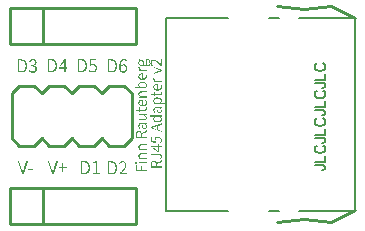
<source format=gto>
G04 Layer: TopSilkLayer*
G04 EasyEDA v6.3.22, 2020-02-22T14:36:41+01:00*
G04 fca1b2bbbae341289ab7ee7fc42174b0,5bf1b712bda346c5934589caff60f8c7,10*
G04 Gerber Generator version 0.2*
G04 Scale: 100 percent, Rotated: No, Reflected: No *
G04 Dimensions in inches *
G04 leading zeros omitted , absolute positions ,2 integer and 4 decimal *
%FSLAX24Y24*%
%MOIN*%
G90*
G70D02*

%ADD10C,0.010000*%
%ADD19C,0.007900*%
%ADD20C,0.006693*%

%LPD*%
G54D19*
G01X9114Y578D02*
G01X8777Y578D01*
G01X7419Y7026D02*
G01X5327Y7026D01*
G01X5327Y6426D01*
G01X7419Y578D02*
G01X5327Y578D01*
G01X5327Y2080D01*
G01X9114Y7026D02*
G01X8777Y7026D01*
G01X9781Y7026D02*
G01X11651Y7026D01*
G01X11651Y578D01*
G01X9781Y578D01*
G01X5327Y6532D02*
G01X5327Y1986D01*
G54D10*
G01X11651Y600D02*
G01X10851Y200D01*
G01X9951Y300D01*
G01X9051Y200D01*
G01X11651Y7000D02*
G01X10851Y7400D01*
G01X9951Y7300D01*
G01X9051Y7400D01*
G01X4199Y4500D02*
G01X4199Y3000D01*
G01X200Y4500D02*
G01X200Y3000D01*
G01X200Y4500D02*
G01X450Y4750D01*
G01X950Y4750D01*
G01X1200Y4500D01*
G01X200Y3000D02*
G01X450Y2750D01*
G01X950Y2750D01*
G01X1200Y3000D01*
G01X1200Y4500D02*
G01X1450Y4750D01*
G01X1950Y4750D01*
G01X2200Y4500D01*
G01X1200Y3000D02*
G01X1450Y2750D01*
G01X1950Y2750D01*
G01X2200Y3000D01*
G01X2200Y4500D02*
G01X2450Y4750D01*
G01X2950Y4750D01*
G01X3200Y4500D01*
G01X2200Y3000D02*
G01X2450Y2750D01*
G01X2950Y2750D01*
G01X3200Y3000D01*
G01X3200Y4500D02*
G01X3450Y4750D01*
G01X3950Y4750D01*
G01X4200Y4500D01*
G01X3200Y3000D02*
G01X3450Y2750D01*
G01X3950Y2750D01*
G01X4200Y3000D01*
G01X150Y1350D02*
G01X4350Y1350D01*
G01X4350Y150D01*
G01X150Y150D01*
G01X150Y1350D01*
G01X1250Y1350D02*
G01X1250Y150D01*
G01X150Y7350D02*
G01X4350Y7350D01*
G01X4350Y6150D01*
G01X150Y6150D01*
G01X150Y7350D01*
G01X1250Y7350D02*
G01X1250Y6150D01*
G54D20*
G01X10306Y2111D02*
G01X10564Y2111D01*
G01X10612Y2094D01*
G01X10628Y2078D01*
G01X10644Y2046D01*
G01X10644Y2014D01*
G01X10628Y1982D01*
G01X10612Y1966D01*
G01X10564Y1950D01*
G01X10532Y1950D01*
G01X10306Y2217D02*
G01X10644Y2217D01*
G01X10644Y2217D02*
G01X10644Y2410D01*
G01X10387Y2758D02*
G01X10355Y2742D01*
G01X10322Y2710D01*
G01X10306Y2678D01*
G01X10306Y2613D01*
G01X10322Y2581D01*
G01X10355Y2549D01*
G01X10387Y2533D01*
G01X10435Y2516D01*
G01X10516Y2516D01*
G01X10564Y2533D01*
G01X10596Y2549D01*
G01X10628Y2581D01*
G01X10644Y2613D01*
G01X10644Y2678D01*
G01X10628Y2710D01*
G01X10596Y2742D01*
G01X10564Y2758D01*
G01X10306Y3025D02*
G01X10564Y3025D01*
G01X10612Y3009D01*
G01X10628Y2993D01*
G01X10644Y2961D01*
G01X10644Y2929D01*
G01X10628Y2897D01*
G01X10612Y2880D01*
G01X10564Y2864D01*
G01X10532Y2864D01*
G01X10306Y3132D02*
G01X10644Y3132D01*
G01X10644Y3132D02*
G01X10644Y3325D01*
G01X10387Y3673D02*
G01X10355Y3657D01*
G01X10322Y3625D01*
G01X10306Y3592D01*
G01X10306Y3528D01*
G01X10322Y3496D01*
G01X10355Y3463D01*
G01X10387Y3447D01*
G01X10435Y3431D01*
G01X10516Y3431D01*
G01X10564Y3447D01*
G01X10596Y3463D01*
G01X10628Y3496D01*
G01X10644Y3528D01*
G01X10644Y3592D01*
G01X10628Y3625D01*
G01X10596Y3657D01*
G01X10564Y3673D01*
G01X10306Y3940D02*
G01X10564Y3940D01*
G01X10612Y3924D01*
G01X10628Y3908D01*
G01X10644Y3876D01*
G01X10644Y3844D01*
G01X10628Y3811D01*
G01X10612Y3795D01*
G01X10564Y3779D01*
G01X10532Y3779D01*
G01X10306Y4047D02*
G01X10644Y4047D01*
G01X10644Y4047D02*
G01X10644Y4240D01*
G01X10387Y4588D02*
G01X10355Y4572D01*
G01X10322Y4539D01*
G01X10306Y4507D01*
G01X10306Y4443D01*
G01X10322Y4411D01*
G01X10355Y4378D01*
G01X10387Y4362D01*
G01X10435Y4346D01*
G01X10516Y4346D01*
G01X10564Y4362D01*
G01X10596Y4378D01*
G01X10628Y4411D01*
G01X10644Y4443D01*
G01X10644Y4507D01*
G01X10628Y4539D01*
G01X10596Y4572D01*
G01X10564Y4588D01*
G01X10306Y4855D02*
G01X10564Y4855D01*
G01X10612Y4839D01*
G01X10628Y4823D01*
G01X10644Y4791D01*
G01X10644Y4758D01*
G01X10628Y4726D01*
G01X10612Y4710D01*
G01X10564Y4694D01*
G01X10532Y4694D01*
G01X10306Y4961D02*
G01X10644Y4961D01*
G01X10644Y4961D02*
G01X10644Y5155D01*
G01X10387Y5502D02*
G01X10355Y5486D01*
G01X10322Y5454D01*
G01X10306Y5422D01*
G01X10306Y5358D01*
G01X10322Y5325D01*
G01X10355Y5293D01*
G01X10387Y5277D01*
G01X10435Y5261D01*
G01X10516Y5261D01*
G01X10564Y5277D01*
G01X10596Y5293D01*
G01X10628Y5325D01*
G01X10644Y5358D01*
G01X10644Y5422D01*
G01X10628Y5454D01*
G01X10596Y5486D01*
G01X10564Y5502D01*

%LPD*%
G36*
G01X5197Y5650D02*
G01X5163Y5650D01*
G01X5163Y5515D01*
G01X5164Y5499D01*
G01X5165Y5484D01*
G01X5145Y5506D01*
G01X5124Y5526D01*
G01X5104Y5545D01*
G01X5084Y5562D01*
G01X5064Y5578D01*
G01X5045Y5591D01*
G01X5026Y5603D01*
G01X5007Y5613D01*
G01X4988Y5621D01*
G01X4969Y5627D01*
G01X4950Y5630D01*
G01X4931Y5632D01*
G01X4909Y5630D01*
G01X4888Y5624D01*
G01X4870Y5615D01*
G01X4855Y5603D01*
G01X4842Y5588D01*
G01X4833Y5570D01*
G01X4827Y5550D01*
G01X4826Y5526D01*
G01X4829Y5495D01*
G01X4840Y5467D01*
G01X4857Y5443D01*
G01X4878Y5421D01*
G01X4902Y5444D01*
G01X4885Y5461D01*
G01X4871Y5480D01*
G01X4862Y5500D01*
G01X4859Y5523D01*
G01X4864Y5553D01*
G01X4880Y5575D01*
G01X4904Y5587D01*
G01X4934Y5592D01*
G01X4950Y5590D01*
G01X4966Y5587D01*
G01X4983Y5582D01*
G01X5001Y5574D01*
G01X5020Y5564D01*
G01X5039Y5551D01*
G01X5059Y5536D01*
G01X5080Y5519D01*
G01X5102Y5499D01*
G01X5125Y5476D01*
G01X5148Y5451D01*
G01X5173Y5423D01*
G01X5197Y5423D01*
G01X5197Y5650D01*
G37*

%LPD*%
G36*
G01X5197Y5298D02*
G01X4927Y5394D01*
G01X4927Y5353D01*
G01X5085Y5301D01*
G01X5105Y5294D01*
G01X5125Y5288D01*
G01X5144Y5281D01*
G01X5164Y5275D01*
G01X5164Y5273D01*
G01X5144Y5266D01*
G01X5125Y5260D01*
G01X5085Y5248D01*
G01X4927Y5194D01*
G01X4927Y5151D01*
G01X5197Y5250D01*
G01X5197Y5298D01*
G37*

%LPD*%
G36*
G01X4961Y5026D02*
G01X4927Y5034D01*
G01X4923Y5028D01*
G01X4921Y5014D01*
G01X4921Y5007D01*
G01X4925Y4984D01*
G01X4936Y4963D01*
G01X4954Y4945D01*
G01X4977Y4930D01*
G01X4977Y4928D01*
G01X4927Y4925D01*
G01X4927Y4892D01*
G01X5197Y4892D01*
G01X5197Y4932D01*
G01X5022Y4932D01*
G01X4992Y4947D01*
G01X4972Y4965D01*
G01X4961Y4984D01*
G01X4957Y5001D01*
G01X4958Y5008D01*
G01X4958Y5014D01*
G01X4960Y5020D01*
G01X4961Y5026D01*
G37*

%LPD*%
G36*
G01X5054Y4823D02*
G01X5047Y4823D01*
G01X5019Y4821D01*
G01X4994Y4815D01*
G01X4973Y4807D01*
G01X4955Y4795D01*
G01X4940Y4780D01*
G01X4929Y4761D01*
G01X4923Y4740D01*
G01X4921Y4717D01*
G01X4923Y4694D01*
G01X4931Y4671D01*
G01X4943Y4651D01*
G01X4959Y4633D01*
G01X4980Y4617D01*
G01X5004Y4606D01*
G01X5032Y4598D01*
G01X5064Y4596D01*
G01X5095Y4598D01*
G01X5123Y4605D01*
G01X5147Y4617D01*
G01X5167Y4633D01*
G01X5183Y4652D01*
G01X5195Y4673D01*
G01X5202Y4698D01*
G01X5205Y4723D01*
G01X5202Y4750D01*
G01X5196Y4773D01*
G01X5187Y4794D01*
G01X5177Y4813D01*
G01X5150Y4798D01*
G01X5159Y4782D01*
G01X5166Y4766D01*
G01X5170Y4748D01*
G01X5172Y4728D01*
G01X5170Y4709D01*
G01X5164Y4692D01*
G01X5156Y4676D01*
G01X5144Y4663D01*
G01X5130Y4652D01*
G01X5113Y4644D01*
G01X5093Y4639D01*
G01X5072Y4636D01*
G01X5072Y4821D01*
G01X5067Y4822D01*
G01X5060Y4822D01*
G01X5054Y4823D01*
G37*

%LPC*%
G36*
G01X5043Y4636D02*
G01X5043Y4786D01*
G01X5004Y4782D01*
G01X4976Y4768D01*
G01X4959Y4746D01*
G01X4953Y4717D01*
G01X4960Y4688D01*
G01X4977Y4663D01*
G01X5005Y4645D01*
G01X5043Y4636D01*
G37*

%LPD*%
G36*
G01X5198Y4558D02*
G01X5194Y4569D01*
G01X5164Y4561D01*
G01X5166Y4554D01*
G01X5170Y4538D01*
G01X5171Y4530D01*
G01X5167Y4510D01*
G01X5156Y4497D01*
G01X5140Y4490D01*
G01X5118Y4488D01*
G01X4961Y4488D01*
G01X4961Y4563D01*
G01X4927Y4563D01*
G01X4927Y4488D01*
G01X4851Y4488D01*
G01X4851Y4453D01*
G01X4927Y4448D01*
G01X4930Y4407D01*
G01X4961Y4407D01*
G01X4961Y4448D01*
G01X5115Y4448D01*
G01X5152Y4451D01*
G01X5180Y4463D01*
G01X5198Y4486D01*
G01X5205Y4521D01*
G01X5203Y4533D01*
G01X5201Y4546D01*
G01X5198Y4558D01*
G37*

%LPD*%
G36*
G01X5091Y4372D02*
G01X5059Y4375D01*
G01X5029Y4373D01*
G01X5002Y4368D01*
G01X4978Y4359D01*
G01X4958Y4347D01*
G01X4942Y4332D01*
G01X4931Y4313D01*
G01X4923Y4292D01*
G01X4921Y4267D01*
G01X4924Y4243D01*
G01X4932Y4221D01*
G01X4944Y4199D01*
G01X4959Y4180D01*
G01X4959Y4178D01*
G01X4927Y4175D01*
G01X4927Y4142D01*
G01X5314Y4142D01*
G01X5314Y4182D01*
G01X5219Y4182D01*
G01X5172Y4180D01*
G01X5186Y4200D01*
G01X5196Y4219D01*
G01X5202Y4238D01*
G01X5205Y4257D01*
G01X5202Y4280D01*
G01X5195Y4301D01*
G01X5182Y4321D01*
G01X5166Y4339D01*
G01X5145Y4354D01*
G01X5120Y4365D01*
G01X5091Y4372D01*
G37*

%LPC*%
G36*
G01X5059Y4332D02*
G01X5036Y4332D01*
G01X5017Y4328D01*
G01X4999Y4323D01*
G01X4984Y4315D01*
G01X4971Y4305D01*
G01X4962Y4292D01*
G01X4956Y4276D01*
G01X4955Y4257D01*
G01X4957Y4240D01*
G01X4965Y4221D01*
G01X4977Y4202D01*
G01X4994Y4182D01*
G01X5140Y4182D01*
G01X5154Y4201D01*
G01X5163Y4219D01*
G01X5168Y4236D01*
G01X5169Y4251D01*
G01X5168Y4267D01*
G01X5162Y4283D01*
G01X5152Y4297D01*
G01X5140Y4309D01*
G01X5124Y4319D01*
G01X5105Y4326D01*
G01X5083Y4331D01*
G01X5059Y4332D01*
G37*

%LPD*%
G36*
G01X5197Y4053D02*
G01X5030Y4053D01*
G01X5006Y4051D01*
G01X4985Y4048D01*
G01X4967Y4041D01*
G01X4951Y4031D01*
G01X4938Y4019D01*
G01X4928Y4003D01*
G01X4922Y3984D01*
G01X4921Y3961D01*
G01X4924Y3929D01*
G01X4932Y3901D01*
G01X4944Y3876D01*
G01X4956Y3855D01*
G01X4985Y3873D01*
G01X4973Y3889D01*
G01X4964Y3909D01*
G01X4957Y3930D01*
G01X4955Y3955D01*
G01X4961Y3983D01*
G01X4977Y4001D01*
G01X5001Y4009D01*
G01X5027Y4011D01*
G01X5033Y3971D01*
G01X5040Y3936D01*
G01X5050Y3908D01*
G01X5061Y3884D01*
G01X5074Y3867D01*
G01X5089Y3854D01*
G01X5107Y3847D01*
G01X5127Y3844D01*
G01X5161Y3851D01*
G01X5185Y3867D01*
G01X5200Y3892D01*
G01X5205Y3923D01*
G01X5201Y3948D01*
G01X5193Y3971D01*
G01X5180Y3993D01*
G01X5164Y4013D01*
G01X5164Y4015D01*
G01X5197Y4019D01*
G01X5197Y4053D01*
G37*

%LPC*%
G36*
G01X5134Y4011D02*
G01X5055Y4011D01*
G01X5059Y3979D01*
G01X5065Y3951D01*
G01X5072Y3929D01*
G01X5080Y3912D01*
G01X5090Y3899D01*
G01X5100Y3890D01*
G01X5112Y3885D01*
G01X5126Y3884D01*
G01X5147Y3888D01*
G01X5161Y3898D01*
G01X5169Y3914D01*
G01X5172Y3934D01*
G01X5169Y3954D01*
G01X5162Y3973D01*
G01X5150Y3992D01*
G01X5134Y4011D01*
G37*

%LPD*%
G36*
G01X5197Y3767D02*
G01X4800Y3767D01*
G01X4800Y3726D01*
G01X4906Y3726D01*
G01X4952Y3728D01*
G01X4939Y3711D01*
G01X4929Y3693D01*
G01X4923Y3674D01*
G01X4921Y3651D01*
G01X4923Y3629D01*
G01X4931Y3607D01*
G01X4943Y3587D01*
G01X4959Y3569D01*
G01X4980Y3555D01*
G01X5004Y3543D01*
G01X5032Y3536D01*
G01X5064Y3534D01*
G01X5095Y3536D01*
G01X5123Y3542D01*
G01X5147Y3551D01*
G01X5167Y3564D01*
G01X5183Y3580D01*
G01X5195Y3599D01*
G01X5202Y3621D01*
G01X5205Y3646D01*
G01X5201Y3669D01*
G01X5193Y3692D01*
G01X5181Y3711D01*
G01X5165Y3728D01*
G01X5165Y3730D01*
G01X5197Y3734D01*
G01X5197Y3767D01*
G37*

%LPC*%
G36*
G01X5131Y3726D02*
G01X4985Y3726D01*
G01X4971Y3709D01*
G01X4962Y3692D01*
G01X4956Y3675D01*
G01X4955Y3657D01*
G01X4956Y3641D01*
G01X4963Y3626D01*
G01X4972Y3612D01*
G01X4985Y3600D01*
G01X5001Y3590D01*
G01X5019Y3583D01*
G01X5040Y3578D01*
G01X5063Y3576D01*
G01X5086Y3578D01*
G01X5107Y3582D01*
G01X5126Y3588D01*
G01X5141Y3597D01*
G01X5153Y3608D01*
G01X5162Y3621D01*
G01X5168Y3636D01*
G01X5169Y3653D01*
G01X5167Y3673D01*
G01X5160Y3691D01*
G01X5148Y3709D01*
G01X5131Y3726D01*
G37*

%LPD*%
G36*
G01X5197Y3461D02*
G01X5197Y3505D01*
G01X4831Y3380D01*
G01X4831Y3334D01*
G01X5197Y3209D01*
G01X5197Y3251D01*
G01X5081Y3288D01*
G01X5081Y3425D01*
G01X5197Y3461D01*
G37*

%LPC*%
G36*
G01X5050Y3298D02*
G01X5050Y3413D01*
G01X4990Y3394D01*
G01X4959Y3384D01*
G01X4897Y3366D01*
G01X4865Y3357D01*
G01X4865Y3355D01*
G01X4898Y3346D01*
G01X4929Y3336D01*
G01X4960Y3327D01*
G01X4990Y3317D01*
G01X5050Y3298D01*
G37*

%LPD*%
G36*
G01X5107Y3065D02*
G01X5080Y3067D01*
G01X5051Y3065D01*
G01X5027Y3059D01*
G01X5006Y3049D01*
G01X4990Y3036D01*
G01X4977Y3019D01*
G01X4968Y3001D01*
G01X4963Y2980D01*
G01X4961Y2959D01*
G01X4963Y2942D01*
G01X4966Y2928D01*
G01X4971Y2914D01*
G01X4977Y2901D01*
G01X4867Y2911D01*
G01X4867Y3051D01*
G01X4831Y3051D01*
G01X4831Y2876D01*
G01X5002Y2863D01*
G01X5015Y2886D01*
G01X5006Y2901D01*
G01X4999Y2916D01*
G01X4995Y2931D01*
G01X4993Y2948D01*
G01X4999Y2980D01*
G01X5016Y3005D01*
G01X5043Y3021D01*
G01X5080Y3026D01*
G01X5117Y3020D01*
G01X5146Y3003D01*
G01X5163Y2978D01*
G01X5169Y2946D01*
G01X5166Y2917D01*
G01X5157Y2892D01*
G01X5144Y2871D01*
G01X5128Y2855D01*
G01X5156Y2834D01*
G01X5173Y2855D01*
G01X5189Y2880D01*
G01X5200Y2911D01*
G01X5205Y2950D01*
G01X5202Y2972D01*
G01X5196Y2994D01*
G01X5186Y3014D01*
G01X5172Y3031D01*
G01X5154Y3046D01*
G01X5132Y3058D01*
G01X5107Y3065D01*
G37*

%LPD*%
G36*
G01X5096Y2805D02*
G01X5064Y2805D01*
G01X5064Y2755D01*
G01X4831Y2755D01*
G01X4831Y2711D01*
G01X5069Y2555D01*
G01X5096Y2555D01*
G01X5096Y2715D01*
G01X5197Y2715D01*
G01X5197Y2755D01*
G01X5096Y2755D01*
G01X5096Y2805D01*
G37*

%LPC*%
G36*
G01X4894Y2718D02*
G01X4880Y2719D01*
G01X4880Y2717D01*
G01X4893Y2709D01*
G01X4919Y2695D01*
G01X4931Y2688D01*
G01X5064Y2598D01*
G01X5064Y2715D01*
G01X4944Y2715D01*
G01X4929Y2716D01*
G01X4911Y2717D01*
G01X4894Y2718D01*
G37*

%LPD*%
G36*
G01X5093Y2496D02*
G01X4831Y2496D01*
G01X4831Y2455D01*
G01X5089Y2455D01*
G01X5125Y2451D01*
G01X5149Y2440D01*
G01X5163Y2421D01*
G01X5168Y2394D01*
G01X5165Y2375D01*
G01X5158Y2357D01*
G01X5145Y2342D01*
G01X5126Y2330D01*
G01X5147Y2300D01*
G01X5172Y2317D01*
G01X5190Y2340D01*
G01X5201Y2367D01*
G01X5205Y2398D01*
G01X5202Y2422D01*
G01X5196Y2443D01*
G01X5185Y2460D01*
G01X5172Y2474D01*
G01X5155Y2484D01*
G01X5136Y2491D01*
G01X5115Y2495D01*
G01X5093Y2496D01*
G37*

%LPD*%
G36*
G01X5197Y2230D02*
G01X5197Y2276D01*
G01X5035Y2182D01*
G01X5030Y2201D01*
G01X5022Y2217D01*
G01X5013Y2232D01*
G01X5001Y2244D01*
G01X4988Y2254D01*
G01X4972Y2261D01*
G01X4954Y2266D01*
G01X4934Y2267D01*
G01X4908Y2265D01*
G01X4886Y2258D01*
G01X4868Y2247D01*
G01X4854Y2232D01*
G01X4844Y2214D01*
G01X4837Y2192D01*
G01X4833Y2167D01*
G01X4831Y2140D01*
G01X4831Y2028D01*
G01X5197Y2028D01*
G01X5197Y2071D01*
G01X5039Y2071D01*
G01X5039Y2138D01*
G01X5197Y2230D01*
G37*

%LPC*%
G36*
G01X4965Y2219D02*
G01X4934Y2226D01*
G01X4902Y2219D01*
G01X4881Y2202D01*
G01X4869Y2173D01*
G01X4865Y2134D01*
G01X4865Y2071D01*
G01X5006Y2071D01*
G01X5006Y2134D01*
G01X5001Y2173D01*
G01X4988Y2202D01*
G01X4965Y2219D01*
G37*

%LPD*%

%LPD*%
G36*
G01X4751Y5654D02*
G01X4732Y5657D01*
G01X4704Y5651D01*
G01X4684Y5633D01*
G01X4672Y5604D01*
G01X4668Y5563D01*
G01X4668Y5509D01*
G01X4666Y5486D01*
G01X4660Y5472D01*
G01X4650Y5464D01*
G01X4639Y5461D01*
G01X4627Y5463D01*
G01X4618Y5467D01*
G01X4611Y5473D01*
G01X4605Y5480D01*
G01X4609Y5490D01*
G01X4611Y5500D01*
G01X4613Y5511D01*
G01X4614Y5521D01*
G01X4612Y5541D01*
G01X4607Y5559D01*
G01X4599Y5576D01*
G01X4588Y5590D01*
G01X4575Y5602D01*
G01X4559Y5611D01*
G01X4540Y5617D01*
G01X4519Y5619D01*
G01X4502Y5617D01*
G01X4485Y5612D01*
G01X4472Y5605D01*
G01X4460Y5596D01*
G01X4460Y5653D01*
G01X4430Y5653D01*
G01X4430Y5559D01*
G01X4427Y5551D01*
G01X4425Y5542D01*
G01X4423Y5532D01*
G01X4422Y5521D01*
G01X4424Y5501D01*
G01X4429Y5483D01*
G01X4438Y5466D01*
G01X4449Y5451D01*
G01X4463Y5439D01*
G01X4480Y5429D01*
G01X4498Y5423D01*
G01X4519Y5421D01*
G01X4542Y5425D01*
G01X4562Y5432D01*
G01X4579Y5444D01*
G01X4592Y5457D01*
G01X4593Y5457D01*
G01X4602Y5446D01*
G01X4614Y5436D01*
G01X4628Y5429D01*
G01X4643Y5426D01*
G01X4659Y5428D01*
G01X4671Y5433D01*
G01X4681Y5441D01*
G01X4689Y5451D01*
G01X4690Y5451D01*
G01X4704Y5434D01*
G01X4719Y5421D01*
G01X4735Y5413D01*
G01X4752Y5411D01*
G01X4769Y5413D01*
G01X4783Y5419D01*
G01X4796Y5428D01*
G01X4806Y5441D01*
G01X4814Y5458D01*
G01X4821Y5477D01*
G01X4824Y5498D01*
G01X4826Y5523D01*
G01X4823Y5552D01*
G01X4818Y5578D01*
G01X4809Y5601D01*
G01X4797Y5620D01*
G01X4784Y5636D01*
G01X4768Y5647D01*
G01X4751Y5654D01*
G37*

%LPC*%
G36*
G01X4760Y5610D02*
G01X4739Y5617D01*
G01X4722Y5613D01*
G01X4711Y5602D01*
G01X4705Y5585D01*
G01X4702Y5561D01*
G01X4702Y5495D01*
G01X4700Y5486D01*
G01X4698Y5476D01*
G01X4710Y5463D01*
G01X4722Y5454D01*
G01X4734Y5448D01*
G01X4747Y5446D01*
G01X4767Y5452D01*
G01X4783Y5468D01*
G01X4793Y5493D01*
G01X4797Y5528D01*
G01X4792Y5564D01*
G01X4778Y5592D01*
G01X4760Y5610D01*
G37*
G36*
G01X4547Y5577D02*
G01X4519Y5582D01*
G01X4491Y5577D01*
G01X4470Y5564D01*
G01X4457Y5545D01*
G01X4452Y5521D01*
G01X4457Y5498D01*
G01X4470Y5478D01*
G01X4491Y5465D01*
G01X4519Y5461D01*
G01X4547Y5465D01*
G01X4568Y5479D01*
G01X4581Y5498D01*
G01X4585Y5521D01*
G01X4581Y5544D01*
G01X4568Y5563D01*
G01X4547Y5577D01*
G37*

%LPD*%
G36*
G01X4464Y5384D02*
G01X4428Y5392D01*
G01X4424Y5378D01*
G01X4423Y5371D01*
G01X4422Y5363D01*
G01X4427Y5341D01*
G01X4438Y5321D01*
G01X4456Y5302D01*
G01X4480Y5286D01*
G01X4430Y5282D01*
G01X4430Y5248D01*
G01X4700Y5248D01*
G01X4700Y5288D01*
G01X4523Y5288D01*
G01X4494Y5304D01*
G01X4474Y5322D01*
G01X4463Y5340D01*
G01X4460Y5359D01*
G01X4460Y5371D01*
G01X4462Y5377D01*
G01X4464Y5384D01*
G37*

%LPD*%
G36*
G01X4556Y5180D02*
G01X4548Y5180D01*
G01X4521Y5178D01*
G01X4496Y5172D01*
G01X4475Y5164D01*
G01X4457Y5152D01*
G01X4442Y5136D01*
G01X4431Y5118D01*
G01X4425Y5097D01*
G01X4422Y5073D01*
G01X4425Y5051D01*
G01X4432Y5028D01*
G01X4444Y5008D01*
G01X4461Y4990D01*
G01X4481Y4975D01*
G01X4506Y4963D01*
G01X4534Y4955D01*
G01X4565Y4953D01*
G01X4597Y4955D01*
G01X4625Y4963D01*
G01X4649Y4974D01*
G01X4669Y4990D01*
G01X4685Y5009D01*
G01X4697Y5030D01*
G01X4704Y5055D01*
G01X4706Y5080D01*
G01X4704Y5107D01*
G01X4698Y5130D01*
G01X4689Y5151D01*
G01X4678Y5169D01*
G01X4652Y5155D01*
G01X4661Y5139D01*
G01X4668Y5123D01*
G01X4672Y5105D01*
G01X4673Y5086D01*
G01X4672Y5066D01*
G01X4666Y5049D01*
G01X4658Y5033D01*
G01X4646Y5020D01*
G01X4631Y5009D01*
G01X4614Y5001D01*
G01X4595Y4996D01*
G01X4573Y4994D01*
G01X4573Y5178D01*
G01X4568Y5179D01*
G01X4563Y5179D01*
G01X4556Y5180D01*
G37*

%LPC*%
G36*
G01X4544Y4992D02*
G01X4544Y5144D01*
G01X4506Y5139D01*
G01X4478Y5125D01*
G01X4461Y5103D01*
G01X4456Y5073D01*
G01X4461Y5045D01*
G01X4479Y5020D01*
G01X4507Y5002D01*
G01X4544Y4992D01*
G37*

%LPD*%
G36*
G01X4593Y4898D02*
G01X4560Y4901D01*
G01X4531Y4899D01*
G01X4504Y4894D01*
G01X4480Y4885D01*
G01X4460Y4873D01*
G01X4444Y4857D01*
G01X4432Y4839D01*
G01X4425Y4817D01*
G01X4422Y4792D01*
G01X4426Y4769D01*
G01X4434Y4747D01*
G01X4447Y4725D01*
G01X4461Y4705D01*
G01X4413Y4707D01*
G01X4302Y4707D01*
G01X4302Y4667D01*
G01X4700Y4667D01*
G01X4700Y4698D01*
G01X4672Y4703D01*
G01X4672Y4705D01*
G01X4686Y4723D01*
G01X4697Y4743D01*
G01X4704Y4763D01*
G01X4706Y4782D01*
G01X4704Y4805D01*
G01X4697Y4827D01*
G01X4685Y4847D01*
G01X4668Y4865D01*
G01X4647Y4880D01*
G01X4622Y4891D01*
G01X4593Y4898D01*
G37*

%LPC*%
G36*
G01X4560Y4857D02*
G01X4539Y4857D01*
G01X4518Y4853D01*
G01X4501Y4848D01*
G01X4486Y4840D01*
G01X4473Y4830D01*
G01X4464Y4817D01*
G01X4459Y4801D01*
G01X4456Y4782D01*
G01X4459Y4765D01*
G01X4467Y4746D01*
G01X4479Y4727D01*
G01X4497Y4707D01*
G01X4643Y4707D01*
G01X4656Y4726D01*
G01X4665Y4744D01*
G01X4670Y4761D01*
G01X4672Y4776D01*
G01X4669Y4794D01*
G01X4664Y4809D01*
G01X4655Y4823D01*
G01X4642Y4835D01*
G01X4626Y4844D01*
G01X4607Y4851D01*
G01X4585Y4856D01*
G01X4560Y4857D01*
G37*

%LPD*%
G36*
G01X4700Y4576D02*
G01X4527Y4576D01*
G01X4503Y4575D01*
G01X4482Y4571D01*
G01X4464Y4565D01*
G01X4449Y4556D01*
G01X4438Y4545D01*
G01X4429Y4530D01*
G01X4424Y4513D01*
G01X4422Y4494D01*
G01X4426Y4467D01*
G01X4436Y4444D01*
G01X4451Y4423D01*
G01X4469Y4403D01*
G01X4469Y4401D01*
G01X4430Y4398D01*
G01X4430Y4365D01*
G01X4700Y4365D01*
G01X4700Y4405D01*
G01X4502Y4405D01*
G01X4483Y4425D01*
G01X4470Y4443D01*
G01X4461Y4461D01*
G01X4459Y4482D01*
G01X4463Y4506D01*
G01X4477Y4523D01*
G01X4500Y4532D01*
G01X4534Y4536D01*
G01X4700Y4536D01*
G01X4700Y4576D01*
G37*

%LPD*%
G36*
G01X4556Y4296D02*
G01X4548Y4296D01*
G01X4521Y4294D01*
G01X4496Y4288D01*
G01X4475Y4280D01*
G01X4457Y4268D01*
G01X4442Y4253D01*
G01X4431Y4234D01*
G01X4425Y4213D01*
G01X4422Y4190D01*
G01X4425Y4167D01*
G01X4432Y4144D01*
G01X4444Y4124D01*
G01X4461Y4106D01*
G01X4481Y4090D01*
G01X4506Y4079D01*
G01X4534Y4071D01*
G01X4565Y4069D01*
G01X4597Y4071D01*
G01X4625Y4078D01*
G01X4649Y4090D01*
G01X4669Y4106D01*
G01X4685Y4125D01*
G01X4697Y4146D01*
G01X4704Y4171D01*
G01X4706Y4196D01*
G01X4704Y4223D01*
G01X4698Y4246D01*
G01X4689Y4267D01*
G01X4678Y4286D01*
G01X4652Y4271D01*
G01X4661Y4255D01*
G01X4668Y4239D01*
G01X4672Y4221D01*
G01X4673Y4201D01*
G01X4672Y4182D01*
G01X4666Y4165D01*
G01X4658Y4149D01*
G01X4646Y4136D01*
G01X4631Y4125D01*
G01X4614Y4117D01*
G01X4595Y4112D01*
G01X4573Y4109D01*
G01X4573Y4294D01*
G01X4568Y4295D01*
G01X4563Y4295D01*
G01X4556Y4296D01*
G37*

%LPC*%
G36*
G01X4544Y4109D02*
G01X4544Y4259D01*
G01X4506Y4255D01*
G01X4478Y4241D01*
G01X4461Y4219D01*
G01X4456Y4190D01*
G01X4461Y4161D01*
G01X4479Y4136D01*
G01X4507Y4118D01*
G01X4544Y4109D01*
G37*

%LPD*%
G36*
G01X4700Y4031D02*
G01X4697Y4042D01*
G01X4665Y4034D01*
G01X4668Y4027D01*
G01X4671Y4019D01*
G01X4672Y4011D01*
G01X4672Y4003D01*
G01X4669Y3983D01*
G01X4658Y3970D01*
G01X4642Y3963D01*
G01X4619Y3961D01*
G01X4464Y3961D01*
G01X4464Y4036D01*
G01X4430Y4036D01*
G01X4430Y3961D01*
G01X4352Y3961D01*
G01X4352Y3926D01*
G01X4430Y3921D01*
G01X4431Y3880D01*
G01X4464Y3880D01*
G01X4464Y3921D01*
G01X4618Y3921D01*
G01X4654Y3924D01*
G01X4682Y3936D01*
G01X4700Y3959D01*
G01X4706Y3994D01*
G01X4706Y4006D01*
G01X4703Y4019D01*
G01X4700Y4031D01*
G37*

%LPD*%
G36*
G01X4700Y3819D02*
G01X4430Y3819D01*
G01X4430Y3778D01*
G01X4623Y3778D01*
G01X4645Y3758D01*
G01X4659Y3740D01*
G01X4668Y3722D01*
G01X4671Y3701D01*
G01X4666Y3677D01*
G01X4653Y3661D01*
G01X4630Y3651D01*
G01X4597Y3648D01*
G01X4430Y3648D01*
G01X4430Y3607D01*
G01X4601Y3607D01*
G01X4625Y3609D01*
G01X4646Y3613D01*
G01X4664Y3619D01*
G01X4679Y3628D01*
G01X4691Y3639D01*
G01X4700Y3653D01*
G01X4705Y3670D01*
G01X4706Y3690D01*
G01X4703Y3716D01*
G01X4692Y3739D01*
G01X4677Y3760D01*
G01X4656Y3780D01*
G01X4656Y3782D01*
G01X4700Y3784D01*
G01X4700Y3819D01*
G37*

%LPD*%
G36*
G01X4700Y3523D02*
G01X4531Y3523D01*
G01X4509Y3521D01*
G01X4488Y3517D01*
G01X4469Y3511D01*
G01X4453Y3501D01*
G01X4440Y3489D01*
G01X4431Y3473D01*
G01X4425Y3454D01*
G01X4422Y3432D01*
G01X4426Y3400D01*
G01X4435Y3371D01*
G01X4446Y3346D01*
G01X4459Y3326D01*
G01X4486Y3342D01*
G01X4476Y3360D01*
G01X4466Y3379D01*
G01X4459Y3401D01*
G01X4456Y3425D01*
G01X4463Y3453D01*
G01X4479Y3471D01*
G01X4502Y3480D01*
G01X4530Y3482D01*
G01X4535Y3442D01*
G01X4543Y3407D01*
G01X4552Y3378D01*
G01X4563Y3355D01*
G01X4576Y3337D01*
G01X4591Y3325D01*
G01X4609Y3317D01*
G01X4630Y3315D01*
G01X4663Y3321D01*
G01X4687Y3337D01*
G01X4702Y3362D01*
G01X4706Y3394D01*
G01X4703Y3419D01*
G01X4695Y3442D01*
G01X4682Y3464D01*
G01X4667Y3484D01*
G01X4667Y3486D01*
G01X4700Y3490D01*
G01X4700Y3523D01*
G37*

%LPC*%
G36*
G01X4635Y3482D02*
G01X4556Y3482D01*
G01X4561Y3450D01*
G01X4567Y3422D01*
G01X4574Y3400D01*
G01X4582Y3382D01*
G01X4592Y3370D01*
G01X4602Y3361D01*
G01X4614Y3356D01*
G01X4627Y3355D01*
G01X4649Y3358D01*
G01X4663Y3369D01*
G01X4671Y3385D01*
G01X4673Y3405D01*
G01X4671Y3424D01*
G01X4664Y3443D01*
G01X4652Y3462D01*
G01X4635Y3482D01*
G37*

%LPD*%
G36*
G01X4700Y3226D02*
G01X4700Y3273D01*
G01X4538Y3178D01*
G01X4532Y3196D01*
G01X4525Y3213D01*
G01X4515Y3227D01*
G01X4503Y3240D01*
G01X4490Y3249D01*
G01X4474Y3257D01*
G01X4456Y3261D01*
G01X4435Y3263D01*
G01X4410Y3260D01*
G01X4388Y3253D01*
G01X4370Y3242D01*
G01X4356Y3227D01*
G01X4346Y3209D01*
G01X4339Y3188D01*
G01X4335Y3163D01*
G01X4334Y3136D01*
G01X4334Y3025D01*
G01X4700Y3025D01*
G01X4700Y3065D01*
G01X4542Y3065D01*
G01X4542Y3134D01*
G01X4700Y3226D01*
G37*

%LPC*%
G36*
G01X4467Y3215D02*
G01X4435Y3221D01*
G01X4404Y3215D01*
G01X4383Y3198D01*
G01X4371Y3169D01*
G01X4368Y3130D01*
G01X4368Y3065D01*
G01X4507Y3065D01*
G01X4507Y3130D01*
G01X4503Y3169D01*
G01X4489Y3198D01*
G01X4467Y3215D01*
G37*

%LPD*%
G36*
G01X4700Y2819D02*
G01X4527Y2819D01*
G01X4503Y2817D01*
G01X4482Y2813D01*
G01X4464Y2807D01*
G01X4449Y2798D01*
G01X4438Y2787D01*
G01X4429Y2773D01*
G01X4424Y2756D01*
G01X4422Y2736D01*
G01X4426Y2710D01*
G01X4436Y2687D01*
G01X4451Y2665D01*
G01X4469Y2646D01*
G01X4469Y2644D01*
G01X4430Y2640D01*
G01X4430Y2607D01*
G01X4700Y2607D01*
G01X4700Y2648D01*
G01X4502Y2648D01*
G01X4483Y2667D01*
G01X4470Y2686D01*
G01X4461Y2704D01*
G01X4459Y2725D01*
G01X4463Y2748D01*
G01X4477Y2765D01*
G01X4500Y2775D01*
G01X4534Y2778D01*
G01X4700Y2778D01*
G01X4700Y2819D01*
G37*

%LPD*%
G36*
G01X4700Y2517D02*
G01X4527Y2517D01*
G01X4503Y2515D01*
G01X4482Y2511D01*
G01X4464Y2505D01*
G01X4449Y2496D01*
G01X4438Y2485D01*
G01X4429Y2471D01*
G01X4424Y2454D01*
G01X4422Y2434D01*
G01X4426Y2408D01*
G01X4436Y2384D01*
G01X4451Y2363D01*
G01X4469Y2342D01*
G01X4430Y2338D01*
G01X4430Y2305D01*
G01X4700Y2305D01*
G01X4700Y2344D01*
G01X4502Y2344D01*
G01X4483Y2365D01*
G01X4470Y2383D01*
G01X4461Y2401D01*
G01X4459Y2421D01*
G01X4463Y2446D01*
G01X4477Y2463D01*
G01X4500Y2473D01*
G01X4534Y2476D01*
G01X4700Y2476D01*
G01X4700Y2517D01*
G37*

%LPD*%
G36*
G01X4700Y2211D02*
G01X4430Y2211D01*
G01X4430Y2169D01*
G01X4700Y2169D01*
G01X4700Y2211D01*
G37*

%LPD*%
G36*
G01X4356Y2217D02*
G01X4344Y2219D01*
G01X4332Y2217D01*
G01X4323Y2211D01*
G01X4318Y2202D01*
G01X4315Y2190D01*
G01X4318Y2179D01*
G01X4323Y2169D01*
G01X4332Y2163D01*
G01X4344Y2161D01*
G01X4356Y2163D01*
G01X4364Y2169D01*
G01X4369Y2179D01*
G01X4372Y2190D01*
G01X4369Y2202D01*
G01X4364Y2211D01*
G01X4356Y2217D01*
G37*

%LPD*%
G36*
G01X4368Y2109D02*
G01X4334Y2109D01*
G01X4334Y1901D01*
G01X4700Y1901D01*
G01X4700Y1942D01*
G01X4532Y1942D01*
G01X4532Y2084D01*
G01X4497Y2084D01*
G01X4497Y1942D01*
G01X4368Y1942D01*
G01X4368Y2109D01*
G37*

%LPD*%

%LPD*%
G36*
G01X532Y5640D02*
G01X400Y5640D01*
G01X400Y5201D01*
G01X510Y5201D01*
G01X534Y5203D01*
G01X556Y5205D01*
G01X578Y5210D01*
G01X597Y5217D01*
G01X615Y5225D01*
G01X632Y5235D01*
G01X647Y5247D01*
G01X661Y5260D01*
G01X673Y5275D01*
G01X683Y5292D01*
G01X692Y5310D01*
G01X700Y5330D01*
G01X705Y5351D01*
G01X709Y5373D01*
G01X712Y5397D01*
G01X713Y5423D01*
G01X712Y5448D01*
G01X709Y5471D01*
G01X705Y5494D01*
G01X700Y5515D01*
G01X692Y5534D01*
G01X683Y5552D01*
G01X673Y5569D01*
G01X661Y5583D01*
G01X647Y5596D01*
G01X632Y5608D01*
G01X615Y5618D01*
G01X597Y5626D01*
G01X577Y5632D01*
G01X555Y5637D01*
G01X532Y5640D01*
G37*

%LPC*%
G36*
G01X503Y5600D02*
G01X450Y5600D01*
G01X450Y5242D01*
G01X503Y5242D01*
G01X529Y5244D01*
G01X552Y5248D01*
G01X573Y5255D01*
G01X592Y5264D01*
G01X609Y5276D01*
G01X623Y5290D01*
G01X635Y5307D01*
G01X644Y5326D01*
G01X652Y5347D01*
G01X657Y5370D01*
G01X660Y5396D01*
G01X661Y5423D01*
G01X660Y5450D01*
G01X657Y5475D01*
G01X652Y5498D01*
G01X644Y5519D01*
G01X635Y5537D01*
G01X623Y5553D01*
G01X609Y5567D01*
G01X592Y5579D01*
G01X573Y5588D01*
G01X552Y5594D01*
G01X529Y5598D01*
G01X503Y5600D01*
G37*

%LPD*%
G36*
G01X930Y5647D02*
G01X903Y5650D01*
G01X868Y5645D01*
G01X836Y5634D01*
G01X808Y5617D01*
G01X782Y5596D01*
G01X810Y5565D01*
G01X829Y5583D01*
G01X851Y5596D01*
G01X876Y5606D01*
G01X902Y5609D01*
G01X934Y5604D01*
G01X958Y5589D01*
G01X973Y5566D01*
G01X978Y5536D01*
G01X977Y5519D01*
G01X972Y5502D01*
G01X964Y5488D01*
G01X951Y5475D01*
G01X935Y5464D01*
G01X913Y5456D01*
G01X887Y5451D01*
G01X856Y5450D01*
G01X856Y5411D01*
G01X891Y5409D01*
G01X920Y5404D01*
G01X944Y5396D01*
G01X963Y5386D01*
G01X977Y5373D01*
G01X987Y5357D01*
G01X993Y5339D01*
G01X994Y5319D01*
G01X993Y5301D01*
G01X988Y5284D01*
G01X979Y5270D01*
G01X968Y5257D01*
G01X955Y5248D01*
G01X939Y5240D01*
G01X922Y5236D01*
G01X902Y5234D01*
G01X867Y5239D01*
G01X837Y5250D01*
G01X813Y5267D01*
G01X792Y5286D01*
G01X767Y5253D01*
G01X778Y5242D01*
G01X790Y5232D01*
G01X805Y5221D01*
G01X821Y5212D01*
G01X839Y5205D01*
G01X859Y5199D01*
G01X881Y5195D01*
G01X906Y5194D01*
G01X934Y5196D01*
G01X960Y5202D01*
G01X983Y5213D01*
G01X1003Y5227D01*
G01X1020Y5245D01*
G01X1033Y5266D01*
G01X1041Y5291D01*
G01X1043Y5319D01*
G01X1042Y5340D01*
G01X1036Y5360D01*
G01X1027Y5378D01*
G01X1016Y5393D01*
G01X1002Y5406D01*
G01X986Y5417D01*
G01X968Y5425D01*
G01X950Y5430D01*
G01X950Y5434D01*
G01X966Y5440D01*
G01X982Y5449D01*
G01X995Y5460D01*
G01X1007Y5472D01*
G01X1016Y5486D01*
G01X1023Y5503D01*
G01X1027Y5520D01*
G01X1028Y5540D01*
G01X1026Y5564D01*
G01X1019Y5586D01*
G01X1008Y5605D01*
G01X993Y5620D01*
G01X975Y5633D01*
G01X953Y5642D01*
G01X930Y5647D01*
G37*

%LPD*%

%LPD*%
G36*
G01X1998Y5650D02*
G01X1947Y5650D01*
G01X1760Y5365D01*
G01X1760Y5332D01*
G01X1952Y5332D01*
G01X1952Y5211D01*
G01X1998Y5211D01*
G01X1998Y5332D01*
G01X2059Y5332D01*
G01X2059Y5371D01*
G01X1998Y5371D01*
G01X1998Y5650D01*
G37*

%LPC*%
G36*
G01X1956Y5592D02*
G01X1952Y5592D01*
G01X1945Y5577D01*
G01X1927Y5545D01*
G01X1918Y5530D01*
G01X1811Y5371D01*
G01X1952Y5371D01*
G01X1952Y5515D01*
G01X1953Y5533D01*
G01X1955Y5575D01*
G01X1956Y5592D01*
G37*

%LPD*%
G36*
G01X1507Y5650D02*
G01X1400Y5650D01*
G01X1400Y5211D01*
G01X1534Y5211D01*
G01X1556Y5214D01*
G01X1578Y5219D01*
G01X1597Y5226D01*
G01X1615Y5234D01*
G01X1632Y5244D01*
G01X1647Y5256D01*
G01X1661Y5269D01*
G01X1673Y5284D01*
G01X1683Y5301D01*
G01X1692Y5319D01*
G01X1700Y5339D01*
G01X1705Y5360D01*
G01X1709Y5382D01*
G01X1712Y5406D01*
G01X1713Y5432D01*
G01X1712Y5457D01*
G01X1709Y5480D01*
G01X1705Y5503D01*
G01X1700Y5524D01*
G01X1692Y5543D01*
G01X1683Y5561D01*
G01X1673Y5578D01*
G01X1661Y5592D01*
G01X1647Y5605D01*
G01X1632Y5617D01*
G01X1615Y5627D01*
G01X1597Y5635D01*
G01X1577Y5641D01*
G01X1555Y5646D01*
G01X1532Y5648D01*
G01X1507Y5650D01*
G37*

%LPC*%
G36*
G01X1503Y5609D02*
G01X1450Y5609D01*
G01X1450Y5251D01*
G01X1503Y5251D01*
G01X1529Y5253D01*
G01X1552Y5257D01*
G01X1573Y5264D01*
G01X1592Y5273D01*
G01X1609Y5285D01*
G01X1623Y5300D01*
G01X1635Y5316D01*
G01X1644Y5335D01*
G01X1652Y5356D01*
G01X1657Y5379D01*
G01X1660Y5405D01*
G01X1661Y5432D01*
G01X1660Y5459D01*
G01X1657Y5484D01*
G01X1652Y5507D01*
G01X1644Y5528D01*
G01X1635Y5546D01*
G01X1623Y5562D01*
G01X1609Y5576D01*
G01X1592Y5588D01*
G01X1573Y5597D01*
G01X1552Y5603D01*
G01X1529Y5607D01*
G01X1503Y5609D01*
G37*

%LPD*%

%LPD*%
G36*
G01X2507Y5650D02*
G01X2400Y5650D01*
G01X2400Y5211D01*
G01X2534Y5211D01*
G01X2556Y5214D01*
G01X2578Y5219D01*
G01X2597Y5226D01*
G01X2615Y5234D01*
G01X2632Y5244D01*
G01X2647Y5256D01*
G01X2661Y5269D01*
G01X2673Y5284D01*
G01X2683Y5301D01*
G01X2692Y5319D01*
G01X2700Y5339D01*
G01X2705Y5360D01*
G01X2709Y5382D01*
G01X2712Y5406D01*
G01X2713Y5432D01*
G01X2712Y5457D01*
G01X2709Y5480D01*
G01X2705Y5503D01*
G01X2700Y5524D01*
G01X2692Y5543D01*
G01X2683Y5561D01*
G01X2673Y5578D01*
G01X2661Y5592D01*
G01X2647Y5605D01*
G01X2632Y5617D01*
G01X2615Y5627D01*
G01X2597Y5635D01*
G01X2577Y5641D01*
G01X2555Y5646D01*
G01X2532Y5648D01*
G01X2507Y5650D01*
G37*

%LPC*%
G36*
G01X2503Y5609D02*
G01X2450Y5609D01*
G01X2450Y5251D01*
G01X2503Y5251D01*
G01X2529Y5253D01*
G01X2552Y5257D01*
G01X2573Y5264D01*
G01X2592Y5273D01*
G01X2609Y5285D01*
G01X2623Y5300D01*
G01X2635Y5316D01*
G01X2644Y5335D01*
G01X2652Y5356D01*
G01X2657Y5379D01*
G01X2660Y5405D01*
G01X2661Y5432D01*
G01X2660Y5459D01*
G01X2657Y5484D01*
G01X2652Y5507D01*
G01X2644Y5528D01*
G01X2635Y5546D01*
G01X2623Y5562D01*
G01X2609Y5576D01*
G01X2592Y5588D01*
G01X2573Y5597D01*
G01X2552Y5603D01*
G01X2529Y5607D01*
G01X2503Y5609D01*
G37*

%LPD*%
G36*
G01X3025Y5650D02*
G01X2814Y5650D01*
G01X2801Y5446D01*
G01X2827Y5428D01*
G01X2846Y5440D01*
G01X2863Y5448D01*
G01X2881Y5454D01*
G01X2902Y5455D01*
G01X2922Y5454D01*
G01X2940Y5448D01*
G01X2957Y5440D01*
G01X2970Y5428D01*
G01X2981Y5413D01*
G01X2990Y5395D01*
G01X2995Y5375D01*
G01X2997Y5351D01*
G01X2994Y5328D01*
G01X2989Y5307D01*
G01X2980Y5288D01*
G01X2968Y5273D01*
G01X2953Y5260D01*
G01X2937Y5251D01*
G01X2919Y5246D01*
G01X2900Y5244D01*
G01X2864Y5248D01*
G01X2834Y5259D01*
G01X2810Y5275D01*
G01X2789Y5294D01*
G01X2765Y5261D01*
G01X2777Y5250D01*
G01X2790Y5239D01*
G01X2804Y5230D01*
G01X2820Y5221D01*
G01X2838Y5213D01*
G01X2857Y5207D01*
G01X2879Y5204D01*
G01X2903Y5203D01*
G01X2922Y5204D01*
G01X2939Y5207D01*
G01X2956Y5213D01*
G01X2973Y5220D01*
G01X2988Y5230D01*
G01X3002Y5242D01*
G01X3014Y5256D01*
G01X3025Y5271D01*
G01X3034Y5289D01*
G01X3040Y5309D01*
G01X3044Y5330D01*
G01X3046Y5353D01*
G01X3043Y5386D01*
G01X3035Y5415D01*
G01X3023Y5440D01*
G01X3007Y5459D01*
G01X2987Y5475D01*
G01X2965Y5485D01*
G01X2940Y5492D01*
G01X2914Y5494D01*
G01X2894Y5492D01*
G01X2877Y5488D01*
G01X2861Y5482D01*
G01X2846Y5475D01*
G01X2857Y5607D01*
G01X3025Y5607D01*
G01X3025Y5650D01*
G37*

%LPD*%

%LPD*%
G36*
G01X3507Y5642D02*
G01X3400Y5642D01*
G01X3400Y5203D01*
G01X3534Y5203D01*
G01X3556Y5206D01*
G01X3578Y5211D01*
G01X3597Y5218D01*
G01X3615Y5226D01*
G01X3632Y5236D01*
G01X3647Y5248D01*
G01X3661Y5261D01*
G01X3673Y5276D01*
G01X3683Y5293D01*
G01X3692Y5311D01*
G01X3700Y5331D01*
G01X3705Y5352D01*
G01X3709Y5374D01*
G01X3712Y5398D01*
G01X3713Y5423D01*
G01X3712Y5449D01*
G01X3709Y5473D01*
G01X3705Y5495D01*
G01X3700Y5516D01*
G01X3692Y5535D01*
G01X3683Y5553D01*
G01X3673Y5569D01*
G01X3661Y5584D01*
G01X3647Y5598D01*
G01X3632Y5609D01*
G01X3615Y5619D01*
G01X3597Y5627D01*
G01X3577Y5633D01*
G01X3555Y5638D01*
G01X3532Y5640D01*
G01X3507Y5642D01*
G37*

%LPC*%
G36*
G01X3503Y5601D02*
G01X3450Y5601D01*
G01X3450Y5244D01*
G01X3503Y5244D01*
G01X3529Y5245D01*
G01X3552Y5249D01*
G01X3573Y5256D01*
G01X3592Y5265D01*
G01X3609Y5277D01*
G01X3623Y5292D01*
G01X3635Y5308D01*
G01X3644Y5327D01*
G01X3652Y5348D01*
G01X3657Y5371D01*
G01X3660Y5396D01*
G01X3661Y5423D01*
G01X3660Y5451D01*
G01X3657Y5476D01*
G01X3652Y5499D01*
G01X3644Y5520D01*
G01X3635Y5538D01*
G01X3623Y5554D01*
G01X3609Y5568D01*
G01X3592Y5580D01*
G01X3573Y5589D01*
G01X3552Y5595D01*
G01X3529Y5599D01*
G01X3503Y5601D01*
G37*

%LPD*%
G36*
G01X3974Y5646D02*
G01X3943Y5650D01*
G01X3928Y5649D01*
G01X3913Y5646D01*
G01X3897Y5642D01*
G01X3883Y5637D01*
G01X3869Y5629D01*
G01X3856Y5620D01*
G01X3843Y5609D01*
G01X3831Y5595D01*
G01X3821Y5580D01*
G01X3811Y5563D01*
G01X3803Y5543D01*
G01X3796Y5522D01*
G01X3790Y5498D01*
G01X3786Y5471D01*
G01X3783Y5443D01*
G01X3782Y5411D01*
G01X3784Y5377D01*
G01X3788Y5346D01*
G01X3793Y5317D01*
G01X3802Y5291D01*
G01X3811Y5269D01*
G01X3823Y5249D01*
G01X3837Y5232D01*
G01X3852Y5219D01*
G01X3869Y5208D01*
G01X3888Y5201D01*
G01X3907Y5196D01*
G01X3927Y5194D01*
G01X3952Y5197D01*
G01X3975Y5205D01*
G01X3996Y5217D01*
G01X4015Y5234D01*
G01X4030Y5255D01*
G01X4042Y5279D01*
G01X4049Y5306D01*
G01X4052Y5336D01*
G01X4049Y5369D01*
G01X4043Y5397D01*
G01X4033Y5421D01*
G01X4019Y5440D01*
G01X4001Y5455D01*
G01X3981Y5466D01*
G01X3957Y5472D01*
G01X3931Y5475D01*
G01X3903Y5471D01*
G01X3877Y5460D01*
G01X3851Y5443D01*
G01X3828Y5421D01*
G01X3830Y5454D01*
G01X3834Y5483D01*
G01X3839Y5509D01*
G01X3846Y5532D01*
G01X3855Y5551D01*
G01X3865Y5567D01*
G01X3876Y5581D01*
G01X3888Y5591D01*
G01X3902Y5599D01*
G01X3915Y5604D01*
G01X3930Y5607D01*
G01X3946Y5609D01*
G01X3965Y5606D01*
G01X3984Y5600D01*
G01X4001Y5590D01*
G01X4015Y5576D01*
G01X4043Y5605D01*
G01X4024Y5623D01*
G01X4001Y5637D01*
G01X3974Y5646D01*
G37*

%LPC*%
G36*
G01X3942Y5436D02*
G01X3922Y5438D01*
G01X3900Y5434D01*
G01X3877Y5424D01*
G01X3853Y5406D01*
G01X3830Y5380D01*
G01X3833Y5346D01*
G01X3839Y5317D01*
G01X3848Y5292D01*
G01X3859Y5272D01*
G01X3872Y5255D01*
G01X3889Y5243D01*
G01X3907Y5236D01*
G01X3927Y5234D01*
G01X3943Y5236D01*
G01X3958Y5241D01*
G01X3971Y5250D01*
G01X3982Y5262D01*
G01X3992Y5277D01*
G01X3999Y5295D01*
G01X4003Y5315D01*
G01X4005Y5336D01*
G01X4003Y5358D01*
G01X4000Y5378D01*
G01X3993Y5395D01*
G01X3985Y5410D01*
G01X3973Y5422D01*
G01X3959Y5430D01*
G01X3942Y5436D01*
G37*

%LPD*%

%LPD*%
G36*
G01X3048Y2250D02*
G01X3011Y2250D01*
G01X2993Y2240D01*
G01X2973Y2232D01*
G01X2949Y2225D01*
G01X2922Y2219D01*
G01X2922Y2188D01*
G01X3001Y2188D01*
G01X3001Y1851D01*
G01X2902Y1851D01*
G01X2902Y1811D01*
G01X3139Y1811D01*
G01X3139Y1851D01*
G01X3048Y1851D01*
G01X3048Y2250D01*
G37*

%LPD*%
G36*
G01X2607Y2250D02*
G01X2500Y2250D01*
G01X2500Y1811D01*
G01X2634Y1811D01*
G01X2656Y1814D01*
G01X2678Y1819D01*
G01X2697Y1826D01*
G01X2715Y1834D01*
G01X2732Y1844D01*
G01X2747Y1856D01*
G01X2761Y1869D01*
G01X2773Y1884D01*
G01X2783Y1901D01*
G01X2792Y1919D01*
G01X2800Y1939D01*
G01X2805Y1960D01*
G01X2809Y1982D01*
G01X2812Y2006D01*
G01X2813Y2032D01*
G01X2812Y2057D01*
G01X2809Y2080D01*
G01X2805Y2103D01*
G01X2800Y2124D01*
G01X2792Y2143D01*
G01X2783Y2161D01*
G01X2773Y2178D01*
G01X2761Y2192D01*
G01X2747Y2205D01*
G01X2732Y2217D01*
G01X2715Y2227D01*
G01X2697Y2235D01*
G01X2677Y2241D01*
G01X2655Y2246D01*
G01X2632Y2248D01*
G01X2607Y2250D01*
G37*

%LPC*%
G36*
G01X2603Y2209D02*
G01X2550Y2209D01*
G01X2550Y1851D01*
G01X2603Y1851D01*
G01X2629Y1853D01*
G01X2652Y1857D01*
G01X2673Y1864D01*
G01X2692Y1873D01*
G01X2709Y1885D01*
G01X2723Y1900D01*
G01X2735Y1916D01*
G01X2744Y1935D01*
G01X2752Y1956D01*
G01X2757Y1979D01*
G01X2760Y2005D01*
G01X2761Y2032D01*
G01X2760Y2059D01*
G01X2757Y2084D01*
G01X2752Y2107D01*
G01X2744Y2128D01*
G01X2735Y2146D01*
G01X2723Y2162D01*
G01X2709Y2176D01*
G01X2692Y2188D01*
G01X2673Y2197D01*
G01X2652Y2203D01*
G01X2629Y2207D01*
G01X2603Y2209D01*
G37*

%LPD*%

%LPD*%
G36*
G01X3928Y2247D02*
G01X3901Y2250D01*
G01X3881Y2248D01*
G01X3862Y2245D01*
G01X3845Y2239D01*
G01X3829Y2232D01*
G01X3814Y2223D01*
G01X3786Y2199D01*
G01X3772Y2186D01*
G01X3802Y2157D01*
G01X3822Y2178D01*
G01X3844Y2195D01*
G01X3868Y2205D01*
G01X3894Y2209D01*
G01X3914Y2208D01*
G01X3932Y2203D01*
G01X3946Y2194D01*
G01X3958Y2184D01*
G01X3967Y2170D01*
G01X3973Y2155D01*
G01X3977Y2138D01*
G01X3978Y2119D01*
G01X3978Y2105D01*
G01X3976Y2090D01*
G01X3972Y2075D01*
G01X3967Y2060D01*
G01X3960Y2044D01*
G01X3951Y2028D01*
G01X3941Y2011D01*
G01X3930Y1993D01*
G01X3916Y1975D01*
G01X3901Y1957D01*
G01X3885Y1938D01*
G01X3866Y1918D01*
G01X3846Y1897D01*
G01X3825Y1876D01*
G01X3801Y1854D01*
G01X3776Y1832D01*
G01X3776Y1803D01*
G01X4047Y1803D01*
G01X4047Y1844D01*
G01X3885Y1844D01*
G01X3867Y1842D01*
G01X3850Y1840D01*
G01X3906Y1896D01*
G01X3922Y1915D01*
G01X3938Y1932D01*
G01X3966Y1968D01*
G01X3978Y1986D01*
G01X3989Y2003D01*
G01X3999Y2020D01*
G01X4007Y2037D01*
G01X4014Y2054D01*
G01X4019Y2071D01*
G01X4023Y2088D01*
G01X4026Y2105D01*
G01X4027Y2121D01*
G01X4024Y2149D01*
G01X4018Y2175D01*
G01X4007Y2196D01*
G01X3993Y2215D01*
G01X3975Y2230D01*
G01X3953Y2240D01*
G01X3928Y2247D01*
G37*

%LPD*%
G36*
G01X3507Y2242D02*
G01X3400Y2242D01*
G01X3400Y1803D01*
G01X3534Y1803D01*
G01X3556Y1806D01*
G01X3578Y1811D01*
G01X3597Y1818D01*
G01X3615Y1826D01*
G01X3632Y1836D01*
G01X3647Y1848D01*
G01X3661Y1861D01*
G01X3673Y1876D01*
G01X3683Y1893D01*
G01X3692Y1911D01*
G01X3700Y1931D01*
G01X3705Y1952D01*
G01X3709Y1974D01*
G01X3712Y1998D01*
G01X3713Y2023D01*
G01X3712Y2049D01*
G01X3709Y2073D01*
G01X3705Y2095D01*
G01X3700Y2116D01*
G01X3692Y2135D01*
G01X3683Y2153D01*
G01X3673Y2169D01*
G01X3661Y2184D01*
G01X3647Y2198D01*
G01X3632Y2209D01*
G01X3615Y2219D01*
G01X3597Y2227D01*
G01X3577Y2233D01*
G01X3555Y2238D01*
G01X3532Y2240D01*
G01X3507Y2242D01*
G37*

%LPC*%
G36*
G01X3503Y2201D02*
G01X3450Y2201D01*
G01X3450Y1844D01*
G01X3503Y1844D01*
G01X3529Y1845D01*
G01X3552Y1849D01*
G01X3573Y1856D01*
G01X3592Y1865D01*
G01X3609Y1877D01*
G01X3623Y1892D01*
G01X3635Y1908D01*
G01X3644Y1927D01*
G01X3652Y1948D01*
G01X3657Y1971D01*
G01X3660Y1996D01*
G01X3661Y2023D01*
G01X3660Y2051D01*
G01X3657Y2076D01*
G01X3652Y2099D01*
G01X3644Y2120D01*
G01X3635Y2138D01*
G01X3623Y2154D01*
G01X3609Y2168D01*
G01X3592Y2180D01*
G01X3573Y2189D01*
G01X3552Y2195D01*
G01X3529Y2199D01*
G01X3503Y2201D01*
G37*

%LPD*%

%LPD*%
G36*
G01X906Y1998D02*
G01X753Y1998D01*
G01X753Y1959D01*
G01X906Y1959D01*
G01X906Y1998D01*
G37*

%LPD*%
G36*
G01X452Y2250D02*
G01X400Y2250D01*
G01X540Y1811D01*
G01X597Y1811D01*
G01X739Y2250D01*
G01X688Y2250D01*
G01X615Y2007D01*
G01X610Y1988D01*
G01X604Y1970D01*
G01X599Y1952D01*
G01X593Y1935D01*
G01X589Y1917D01*
G01X577Y1881D01*
G01X572Y1863D01*
G01X568Y1863D01*
G01X563Y1881D01*
G01X557Y1899D01*
G01X552Y1917D01*
G01X542Y1952D01*
G01X536Y1970D01*
G01X531Y1988D01*
G01X526Y2007D01*
G01X452Y2250D01*
G37*

%LPD*%

%LPD*%
G36*
G01X1923Y2182D02*
G01X1884Y2182D01*
G01X1884Y2050D01*
G01X1761Y2050D01*
G01X1761Y2013D01*
G01X1884Y2013D01*
G01X1884Y1880D01*
G01X1923Y1880D01*
G01X1923Y2013D01*
G01X2046Y2013D01*
G01X2046Y2050D01*
G01X1923Y2050D01*
G01X1923Y2182D01*
G37*

%LPD*%
G36*
G01X1452Y2250D02*
G01X1400Y2250D01*
G01X1540Y1811D01*
G01X1597Y1811D01*
G01X1739Y2250D01*
G01X1688Y2250D01*
G01X1615Y2007D01*
G01X1610Y1988D01*
G01X1604Y1970D01*
G01X1599Y1952D01*
G01X1593Y1935D01*
G01X1589Y1917D01*
G01X1577Y1881D01*
G01X1572Y1863D01*
G01X1568Y1863D01*
G01X1563Y1881D01*
G01X1557Y1899D01*
G01X1552Y1917D01*
G01X1542Y1952D01*
G01X1536Y1970D01*
G01X1531Y1988D01*
G01X1526Y2007D01*
G01X1452Y2250D01*
G37*

%LPD*%
M00*
M02*

</source>
